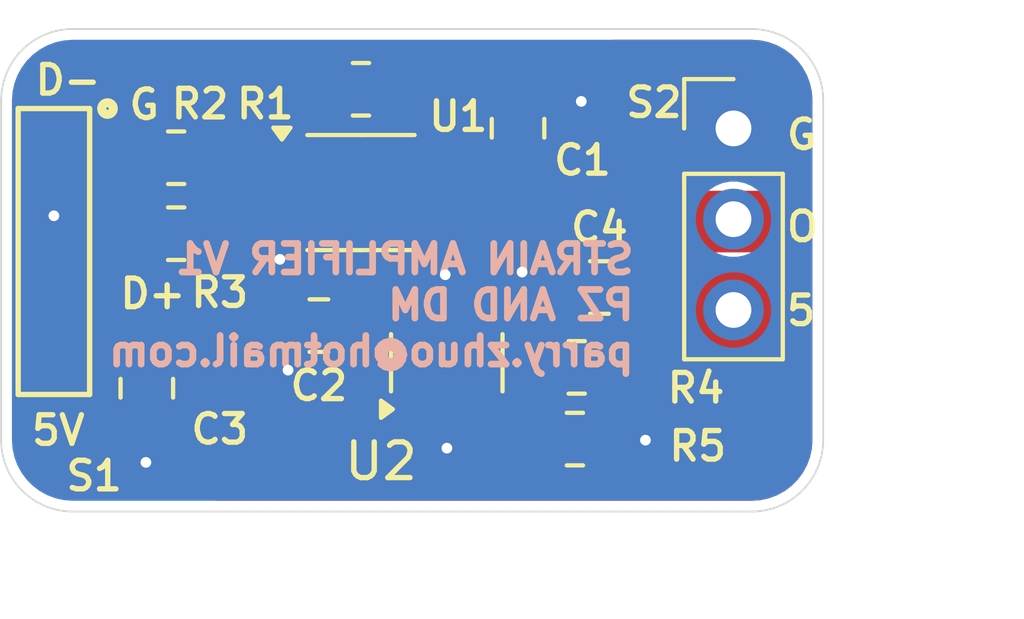
<source format=kicad_pcb>
(kicad_pcb (version 20241229) (generator "pcbnew") (generator_version "9.0")
  (layers (0 "F.Cu" signal "L1(Signal)") (2 "B.Cu" signal "L2(GND)") (13 "F.Paste" user "Top Paste") (15 "B.Paste" user "Bottom Paste") (5 "F.SilkS" user "Top Overlay") (7 "B.SilkS" user "Bottom Overlay") (1 "F.Mask" user "Top Solder") (3 "B.Mask" user "Bottom Solder") (25 "Edge.Cuts" user))
  (property "CHK_APP_DATE" "--/--/--")
  (property "DSN_APP_DATE" "--/--/--")
  (property "ENG_APP_DATE" "--/--/--")
  (property "SHEETTOTAL" "1")
  (net 0 "")
  (net 1 "GND")
  (net 2 "+5V")
  (net 3 "Net-(R1-Pad2)")
  (net 4 "Net-(R1-Pad1)")
  (net 5 "/strainAIN_D-")
  (net 6 "Net-(U1-VIN-)")
  (net 7 "Net-(U1-VIN+)")
  (net 8 "/strainAIN_D+")
  (net 9 "Net-(U2-IN+)")
  (net 10 "Net-(U1-VOUT)")
  (net 11 "Net-(U1-REF)")
  (footprint "Connector_PinHeader_2.54mm:PinHeader_1x03_P2.54mm_Vertical" (layer "F.Cu") (at 157.49049 101.03441)
    (property "Reference" "S2" (at -2.225 -0.725 0) (layer "F.SilkS") (effects (font (size 0.8 0.8))))
    (property "Value" "CONN_01X03_2.54MM")
    (fp_line (start -1.38 -1.38) (end 0 -1.38) (stroke (width 0.12)) (layer "F.SilkS"))
    (fp_line (start -1.38 0) (end -1.38 -1.38) (stroke (width 0.12)) (layer "F.SilkS"))
    (fp_line (start -1.38 1.27) (end -1.38 6.46) (stroke (width 0.12)) (layer "F.SilkS"))
    (fp_line (start -1.38 1.27) (end 1.38 1.27) (stroke (width 0.12)) (layer "F.SilkS"))
    (fp_line (start -1.38 6.46) (end 1.38 6.46) (stroke (width 0.12)) (layer "F.SilkS"))
    (fp_line (start 1.38 1.27) (end 1.38 6.46) (stroke (width 0.12)) (layer "F.SilkS"))
    (pad "1" thru_hole rect (at 0 0) (size 1.7 1.7) (drill 1) (layers "*.Cu" "*.Mask") (net 1 "GND"))
    (pad "2" thru_hole circle (at 0 2.54) (size 1.7 1.7) (drill 1) (layers "*.Cu" "*.Mask") (net 10 "Net-(U1-VOUT)"))
    (pad "3" thru_hole circle (at 0 5.08) (size 1.7 1.7) (drill 1) (layers "*.Cu" "*.Mask") (net 2 "+5V"))
  )
  (footprint "StrainAmplifierV1:CONN_01X04" (layer "F.Cu") (at 138.4761 101.4786)
    (property "Reference" "S1" (at 1.125 9.27827 0) (layer "F.SilkS") (effects (font (size 0.8 0.8))))
    (property "Value" "CONN_01X04_StrainGauge" (hide yes))
    (fp_line (start -1 -1) (end 1 -1) (stroke (width 0.15)) (layer "F.SilkS"))
    (fp_line (start -1 7) (end -1 -1) (stroke (width 0.15)) (layer "F.SilkS"))
    (fp_line (start -1 7) (end 1 7) (stroke (width 0.15)) (layer "F.SilkS"))
    (fp_line (start 1 7) (end 1 -1) (stroke (width 0.15)) (layer "F.SilkS"))
    (fp_circle (center 1.5 -1) (end 1.5 -1.03483) (stroke (width 0.254)) (fill no) (layer "F.SilkS"))
    (pad "1" smd circle (at 0 0) (size 1.524 1.524) (layers "F.Cu" "F.Mask" "F.Paste") (net 5 "/strainAIN_D-"))
    (pad "2" thru_hole circle (at 0 2) (size 1.524 1.524) (drill 0.3) (layers "*.Cu" "*.Mask") (net 1 "GND"))
    (pad "3" smd circle (at 0 4) (size 1.524 1.524) (layers "F.Cu" "F.Mask" "F.Paste") (net 8 "/strainAIN_D+"))
    (pad "4" smd circle (at 0 6) (size 1.524 1.524) (layers "F.Cu" "F.Mask" "F.Paste") (net 2 "+5V"))
  )
  (footprint "Resistor_SMD:R_0805_2012Metric_Pad1.20x1.40mm_HandSolder" (layer "F.Cu") (at 147.06796 99.9396 180)
    (property "Reference" "R1" (at 2.67747 -0.40981 180) (layer "F.SilkS") (effects (font (size 0.8 0.8))))
    (property "Value" "1K +-0.1%")
    (fp_line (start -0.227064 0.735) (end 0.227064 0.735) (stroke (width 0.12)) (layer "F.SilkS"))
    (fp_line (start -0.227064 -0.735) (end 0.227064 -0.735) (stroke (width 0.12)) (layer "F.SilkS"))
    (pad "1" smd roundrect (at -1 0 180) (size 1.2 1.4) (layers "F.Cu" "F.Mask" "F.Paste") (roundrect_rratio 0.208333) (net 4 "Net-(R1-Pad1)"))
    (pad "2" smd roundrect (at 1 0 180) (size 1.2 1.4) (layers "F.Cu" "F.Mask" "F.Paste") (roundrect_rratio 0.208333) (net 3 "Net-(R1-Pad2)"))
  )
  (footprint "Capacitor_SMD:C_0805_2012Metric_Pad1.18x1.45mm_HandSolder" (layer "F.Cu") (at 141.0761 108.3036 90)
    (property "Reference" "C3" (at -1.14581 2.03939 180) (layer "F.SilkS") (effects (font (size 0.8 0.8))))
    (property "Value" "0.1uF")
    (fp_line (start -0.261252 -0.735) (end 0.261252 -0.735) (stroke (width 0.12)) (layer "F.SilkS"))
    (fp_line (start -0.261252 0.735) (end 0.261252 0.735) (stroke (width 0.12)) (layer "F.SilkS"))
    (pad "1" smd roundrect (at -1.0375 0 90) (size 1.175 1.45) (layers "F.Cu" "F.Mask" "F.Paste") (roundrect_rratio 0.212766) (net 1 "GND"))
    (pad "2" smd roundrect (at 1.0375 0 90) (size 1.175 1.45) (layers "F.Cu" "F.Mask" "F.Paste") (roundrect_rratio 0.212766) (net 2 "+5V"))
  )
  (footprint "Package_TO_SOT_SMD:TSOT-23-6" (layer "F.Cu") (at 149.4691 107.5916 90)
    (property "Reference" "U2" (at -2.75781 -1.84 180) (layer "F.SilkS"))
    (property "Value" "TLV9061SQDBVRQ1")
    (fp_line (start 0 -1.56) (end 0.8 -1.56) (stroke (width 0.12)) (layer "F.SilkS"))
    (fp_line (start 0 -1.56) (end -0.8 -1.56) (stroke (width 0.12)) (layer "F.SilkS"))
    (fp_line (start 0 1.56) (end 0.8 1.56) (stroke (width 0.12)) (layer "F.SilkS"))
    (fp_line (start 0 1.56) (end -0.8 1.56) (stroke (width 0.12)) (layer "F.SilkS"))
    (fp_poly (pts (xy -1.3 -1.51) (xy -1.54 -1.84) (xy -1.06 -1.84)) (stroke (width 0.12)) (fill yes) (layer "F.SilkS"))
    (pad "1" smd roundrect (at -1.1375 -0.95 90) (size 1.325 0.6) (layers "F.Cu" "F.Mask" "F.Paste") (net 11 "Net-(U1-REF)"))
    (pad "2" smd roundrect (at -1.1375 0 90) (size 1.325 0.6) (layers "F.Cu" "F.Mask" "F.Paste") (net 1 "GND"))
    (pad "3" smd roundrect (at -1.1375 0.95 90) (size 1.325 0.6) (layers "F.Cu" "F.Mask" "F.Paste") (net 9 "Net-(U2-IN+)"))
    (pad "4" smd roundrect (at 1.1375 0.95 90) (size 1.325 0.6) (layers "F.Cu" "F.Mask" "F.Paste") (net 11 "Net-(U1-REF)"))
    (pad "5" smd roundrect (at 1.1375 0 90) (size 1.325 0.6) (layers "F.Cu" "F.Mask" "F.Paste") (net 1 "GND"))
    (pad "6" smd roundrect (at 1.1375 -0.95 90) (size 1.325 0.6) (layers "F.Cu" "F.Mask" "F.Paste") (net 2 "+5V"))
  )
  (footprint "Capacitor_SMD:C_0805_2012Metric_Pad1.18x1.45mm_HandSolder" (layer "F.Cu") (at 151.46229 101.0296 90)
    (property "Reference" "C1" (at -0.89481 1.8032 180) (layer "F.SilkS") (effects (font (size 0.8 0.8))))
    (property "Value" "0.1uF")
    (fp_line (start -0.261252 -0.735) (end 0.261252 -0.735) (stroke (width 0.12)) (layer "F.SilkS"))
    (fp_line (start -0.261252 0.735) (end 0.261252 0.735) (stroke (width 0.12)) (layer "F.SilkS"))
    (pad "1" smd roundrect (at -1.0375 0 90) (size 1.175 1.45) (layers "F.Cu" "F.Mask" "F.Paste") (roundrect_rratio 0.212766) (net 2 "+5V"))
    (pad "2" smd roundrect (at 1.0375 0 90) (size 1.175 1.45) (layers "F.Cu" "F.Mask" "F.Paste") (roundrect_rratio 0.212766) (net 1 "GND"))
  )
  (footprint "Resistor_SMD:R_0805_2012Metric_Pad1.20x1.40mm_HandSolder" (layer "F.Cu") (at 153.1047 107.7206)
    (property "Reference" "R4" (at 3.33579 0.57881 0) (layer "F.SilkS") (effects (font (size 0.8 0.8))))
    (property "Value" "200K +-0.1%")
    (fp_line (start -0.227064 -0.735) (end 0.227064 -0.735) (stroke (width 0.12)) (layer "F.SilkS"))
    (fp_line (start -0.227064 0.735) (end 0.227064 0.735) (stroke (width 0.12)) (layer "F.SilkS"))
    (pad "1" smd roundrect (at -1 0) (size 1.2 1.4) (layers "F.Cu" "F.Mask" "F.Paste") (roundrect_rratio 0.208333) (net 9 "Net-(U2-IN+)"))
    (pad "2" smd roundrect (at 1 0) (size 1.2 1.4) (layers "F.Cu" "F.Mask" "F.Paste") (roundrect_rratio 0.208333) (net 2 "+5V"))
  )
  (footprint "Resistor_SMD:R_0805_2012Metric_Pad1.20x1.40mm_HandSolder" (layer "F.Cu") (at 141.8973 101.8546 180)
    (property "Reference" "R2" (at -0.66819 1.50519 180) (layer "F.SilkS") (effects (font (size 0.8 0.8))))
    (property "Value" "1K +-0.1%")
    (fp_line (start -0.227064 0.735) (end 0.227064 0.735) (stroke (width 0.12)) (layer "F.SilkS"))
    (fp_line (start -0.227064 -0.735) (end 0.227064 -0.735) (stroke (width 0.12)) (layer "F.SilkS"))
    (pad "1" smd roundrect (at -1 0 180) (size 1.2 1.4) (layers "F.Cu" "F.Mask" "F.Paste") (roundrect_rratio 0.208333) (net 6 "Net-(U1-VIN-)"))
    (pad "2" smd roundrect (at 1 0 180) (size 1.2 1.4) (layers "F.Cu" "F.Mask" "F.Paste") (roundrect_rratio 0.208333) (net 5 "/strainAIN_D-"))
  )
  (footprint "Package_SO:VSSOP-8_3x3mm_P0.65mm" (layer "F.Cu") (at 147.06796 102.8296)
    (property "Reference" "U1" (at 2.72253 -2.13019 0) (layer "F.SilkS") (effects (font (size 0.8 0.8))))
    (property "Value" "INA333AIDGKR")
    (fp_line (start 0 -1.61) (end -1.5 -1.61) (stroke (width 0.12)) (layer "F.SilkS"))
    (fp_line (start 0 -1.61) (end 1.5 -1.61) (stroke (width 0.12)) (layer "F.SilkS"))
    (fp_line (start 0 1.61) (end -1.5 1.61) (stroke (width 0.12)) (layer "F.SilkS"))
    (fp_line (start 0 1.61) (end 1.5 1.61) (stroke (width 0.12)) (layer "F.SilkS"))
    (fp_poly (pts (xy -2.2125 -1.485) (xy -2.4525 -1.815) (xy -1.9725 -1.815)) (stroke (width 0.12)) (fill yes) (layer "F.SilkS"))
    (pad "1" smd roundrect (at -2.1125 -0.975) (size 1.625 0.5) (layers "F.Cu" "F.Mask" "F.Paste") (net 3 "Net-(R1-Pad2)"))
    (pad "2" smd roundrect (at -2.1125 -0.325) (size 1.625 0.5) (layers "F.Cu" "F.Mask" "F.Paste") (net 6 "Net-(U1-VIN-)"))
    (pad "3" smd roundrect (at -2.1125 0.325) (size 1.625 0.5) (layers "F.Cu" "F.Mask" "F.Paste") (net 7 "Net-(U1-VIN+)"))
    (pad "4" smd roundrect (at -2.1125 0.975) (size 1.625 0.5) (layers "F.Cu" "F.Mask" "F.Paste") (net 1 "GND"))
    (pad "5" smd roundrect (at 2.1125 0.975) (size 1.625 0.5) (layers "F.Cu" "F.Mask" "F.Paste") (net 11 "Net-(U1-REF)"))
    (pad "6" smd roundrect (at 2.1125 0.325) (size 1.625 0.5) (layers "F.Cu" "F.Mask" "F.Paste") (net 10 "Net-(U1-VOUT)"))
    (pad "7" smd roundrect (at 2.1125 -0.325) (size 1.625 0.5) (layers "F.Cu" "F.Mask" "F.Paste") (net 2 "+5V"))
    (pad "8" smd roundrect (at 2.1125 -0.975) (size 1.625 0.5) (layers "F.Cu" "F.Mask" "F.Paste") (net 4 "Net-(R1-Pad1)"))
  )
  (footprint "Capacitor_SMD:C_0805_2012Metric_Pad1.18x1.45mm_HandSolder" (layer "F.Cu") (at 145.8911 106.5522 180)
    (property "Reference" "C2" (at 0 -1.68 180) (layer "F.SilkS") (effects (font (size 0.8 0.8))))
    (property "Value" "0.1uF")
    (fp_line (start -0.261252 0.735) (end 0.261252 0.735) (stroke (width 0.12)) (layer "F.SilkS"))
    (fp_line (start -0.261252 -0.735) (end 0.261252 -0.735) (stroke (width 0.12)) (layer "F.SilkS"))
    (pad "1" smd roundrect (at -1.0375 0 180) (size 1.175 1.45) (layers "F.Cu" "F.Mask" "F.Paste") (roundrect_rratio 0.212766) (net 2 "+5V"))
    (pad "2" smd roundrect (at 1.0375 0 180) (size 1.175 1.45) (layers "F.Cu" "F.Mask" "F.Paste") (roundrect_rratio 0.212766) (net 1 "GND"))
  )
  (footprint "Resistor_SMD:R_0805_2012Metric_Pad1.20x1.40mm_HandSolder" (layer "F.Cu") (at 141.8973 103.9801 180)
    (property "Reference" "R3" (at -1.21819 -1.64431 180) (layer "F.SilkS") (effects (font (size 0.8 0.8))))
    (property "Value" "1K +-0.1%")
    (fp_line (start -0.227064 0.735) (end 0.227064 0.735) (stroke (width 0.12)) (layer "F.SilkS"))
    (fp_line (start -0.227064 -0.735) (end 0.227064 -0.735) (stroke (width 0.12)) (layer "F.SilkS"))
    (pad "1" smd roundrect (at -1 0 180) (size 1.2 1.4) (layers "F.Cu" "F.Mask" "F.Paste") (roundrect_rratio 0.208333) (net 7 "Net-(U1-VIN+)"))
    (pad "2" smd roundrect (at 1 0 180) (size 1.2 1.4) (layers "F.Cu" "F.Mask" "F.Paste") (roundrect_rratio 0.208333) (net 8 "/strainAIN_D+"))
  )
  (footprint "Capacitor_SMD:C_0805_2012Metric_Pad1.18x1.45mm_HandSolder" (layer "F.Cu") (at 153.7397 105.4854)
    (property "Reference" "C4" (at 0 -1.68 0) (layer "F.SilkS") (effects (font (size 0.8 0.8))))
    (property "Value" "0.1uF")
    (fp_line (start -0.261252 -0.735) (end 0.261252 -0.735) (stroke (width 0.12)) (layer "F.SilkS"))
    (fp_line (start -0.261252 0.735) (end 0.261252 0.735) (stroke (width 0.12)) (layer "F.SilkS"))
    (pad "1" smd roundrect (at -1.0375 0) (size 1.175 1.45) (layers "F.Cu" "F.Mask" "F.Paste") (roundrect_rratio 0.212766) (net 1 "GND"))
    (pad "2" smd roundrect (at 1.0375 0) (size 1.175 1.45) (layers "F.Cu" "F.Mask" "F.Paste") (roundrect_rratio 0.212766) (net 2 "+5V"))
  )
  (footprint "Resistor_SMD:R_0805_2012Metric_Pad1.20x1.40mm_HandSolder" (layer "F.Cu") (at 153.0539 109.7272 180)
    (property "Reference" "R5" (at -3.43659 -0.19721 180) (layer "F.SilkS") (effects (font (size 0.8 0.8))))
    (property "Value" "100K +-0.1%")
    (fp_line (start -0.227064 0.735) (end 0.227064 0.735) (stroke (width 0.12)) (layer "F.SilkS"))
    (fp_line (start -0.227064 -0.735) (end 0.227064 -0.735) (stroke (width 0.12)) (layer "F.SilkS"))
    (pad "1" smd roundrect (at -1 0 180) (size 1.2 1.4) (layers "F.Cu" "F.Mask" "F.Paste") (roundrect_rratio 0.208333) (net 1 "GND"))
    (pad "2" smd roundrect (at 1 0 180) (size 1.2 1.4) (layers "F.Cu" "F.Mask" "F.Paste") (roundrect_rratio 0.208333) (net 9 "Net-(U2-IN+)"))
  )
  (gr_line (start 137.0011 109.7536) (end 137.0011 100.2536) (stroke (width 0.05)) (layer "Edge.Cuts"))
  (gr_arc (start 139.0011 111.7536) (mid 137.586886 111.167814) (end 137.0011 109.7536) (stroke (width 0.05)) (layer "Edge.Cuts"))
  (gr_arc (start 160.0011 109.7536) (mid 159.415314 111.167814) (end 158.0011 111.7536) (stroke (width 0.05)) (layer "Edge.Cuts"))
  (gr_line (start 139.0011 98.2536) (end 158.0011 98.2536) (stroke (width 0.05)) (layer "Edge.Cuts"))
  (gr_line (start 160.0011 100.2536) (end 160.0011 109.7536) (stroke (width 0.05)) (layer "Edge.Cuts"))
  (gr_line (start 158.0011 111.7536) (end 139.0011 111.7536) (stroke (width 0.05)) (layer "Edge.Cuts"))
  (gr_arc (start 158.0011 98.2536) (mid 159.415314 98.839386) (end 160.0011 100.2536) (stroke (width 0.05)) (layer "Edge.Cuts"))
  (gr_arc (start 137.0011 100.2536) (mid 137.586886 98.839386) (end 139.0011 98.2536) (stroke (width 0.05)) (layer "Edge.Cuts"))
  (gr_text "G" (at 158.9011 101.6766 0) (layer "F.SilkS") (effects (font (size 0.8 0.8)) (justify left bottom)))
  (gr_text "5" (at 158.9011 106.6016 0) (layer "F.SilkS") (effects (font (size 0.8 0.8)) (justify left bottom)))
  (gr_text "5V" (at 137.7761 109.9516 0) (layer "F.SilkS") (effects (font (size 0.8 0.8)) (justify left bottom)))
  (gr_text "D-" (at 137.8761 100.1516 0) (layer "F.SilkS") (effects (font (size 0.8 0.8)) (justify left bottom)))
  (gr_text "" (at 163.80112 105.05158 0) (layer "F.SilkS") (effects (font (size 0.8 0.8) (thickness 0.254)) (justify left bottom)))
  (gr_text "D+" (at 140.2511 106.1266 0) (layer "F.SilkS") (effects (font (size 0.8 0.8)) (justify left bottom)))
  (gr_text "O" (at 158.9011 104.2516 0) (layer "F.SilkS") (effects (font (size 0.8 0.8)) (justify left bottom)))
  (gr_text "G" (at 140.5039 100.836 0) (layer "F.SilkS") (effects (font (size 0.8 0.8)) (justify left bottom)))
  (gr_text_box "STRAIN AMPLIFIER V1\nPZ AND DM\nparry.zhuo@hotmail.com" (start 138.66549 104.22441) (end 154.79348 111.13153) (margins 0 0 0 0) (layer "B.SilkS") (effects (font (size 0.8 0.8) (thickness 0.1875)) (justify left top mirror)) (border no))
  (segment (start 149.4476 106.3201) (end 149.4691 106.3416) (width 0.4) (layer "F.Cu") (net 1))
  (segment (start 144.7989 103.84866) (end 144.84296 103.8046) (width 0.3) (layer "F.Cu") (net 1))
  (segment (start 149.4708 109.97949) (end 149.4708 108.8433) (width 0.5) (layer "F.Cu") (net 1))
  (segment (start 149.4476 106.3201) (end 149.4476 105.1501) (width 0.4) (layer "F.Cu") (net 1))
  (segment (start 149.4708 109.97949) (end 149.4725 109.9812) (width 0.5) (layer "F.Cu") (net 1))
  (segment (start 145.0275 107.7714) (end 145.0661 106.5522) (width 1) (layer "F.Cu") (net 1))
  (segment (start 144.7989 104.698) (end 144.7989 103.84866) (width 0.3) (layer "F.Cu") (net 1))
  (segment (start 151.8079 105.2854) (end 152.78971 105.2854) (width 1) (layer "F.Cu") (net 1))
  (segment (start 153.15791 100.2046) (end 153.2317 100.2784) (width 1) (layer "F.Cu") (net 1))
  (segment (start 149.4261 105.1286) (end 149.4476 105.1501) (width 0.4) (layer "F.Cu") (net 1))
  (segment (start 149.4691 108.8416) (end 149.4708 108.8433) (width 0.5) (layer "F.Cu") (net 1))
  (segment (start 151.46229 100.2046) (end 153.15791 100.2046) (width 1) (layer "F.Cu") (net 1))
  (segment (start 153.9539 109.7566) (end 153.9539 109.7272) (width 1) (layer "F.Cu") (net 1))
  (segment (start 152.78971 105.2854) (end 152.9147 105.4104) (width 1) (layer "F.Cu") (net 1))
  (segment (start 141.0511 110.3786) (end 141.0511 109.1536) (width 1) (layer "F.Cu") (net 1))
  (segment (start 153.9539 109.7566) (end 155.0277 109.7566) (width 1) (layer "F.Cu") (net 1))
  (segment (start 151.5761 105.0536) (end 151.8079 105.2854) (width 1) (layer "F.Cu") (net 1))
  (segment (start 141.0511 109.1536) (end 141.0761 109.1286) (width 1) (layer "F.Cu") (net 1))
  (segment (start 152.9147 105.4854) (end 152.9147 105.4104) (width 1) (layer "F.Cu") (net 1))
  (via (at 151.5761 105.0536) (size 0.7) (drill 0.3) (layers "F.Cu" "B.Cu") (net 1))
  (via (at 141.0511 110.3786) (size 0.7) (drill 0.3) (layers "F.Cu" "B.Cu") (net 1))
  (via (at 149.4261 105.1286) (size 0.7) (drill 0.3) (layers "F.Cu" "B.Cu") (net 1))
  (via (at 155.0277 109.7566) (size 0.7) (drill 0.3) (layers "F.Cu" "B.Cu") (net 1))
  (via (at 153.2317 100.2784) (size 0.7) (drill 0.3) (layers "F.Cu" "B.Cu") (net 1))
  (via (at 145.0275 107.7968) (size 0.7) (drill 0.3) (layers "F.Cu" "B.Cu") (net 1))
  (via (at 144.7989 104.698) (size 0.7) (drill 0.3) (layers "F.Cu" "B.Cu") (net 1))
  (via (at 149.4725 109.9812) (size 0.7) (drill 0.3) (layers "F.Cu" "B.Cu") (net 1))
  (segment (start 151.46229 101.8546) (end 151.53945 101.77744) (width 0.4) (layer "F.Cu") (net 2))
  (segment (start 151.37749 101.8644) (end 151.5159 101.8644) (width 0.4) (layer "F.Cu") (net 2))
  (segment (start 138.4761 107.4786) (end 140.8761 107.4786) (width 1) (layer "F.Cu") (net 2))
  (segment (start 140.8761 107.4786) (end 141.1761 107.4786) (width 1) (layer "F.Cu") (net 2))
  (segment (start 138.4761 101.4786) (end 140.9011 101.9786) (width 1) (layer "F.Cu") (net 5))
  (segment (start 138.4761 105.4786) (end 140.9761 104.0036) (width 1) (layer "F.Cu") (net 8))
  (segment (start 148.82898 107.5916) (end 150.04319 107.5916) (width 0.5) (layer "F.Cu") (net 11))
  (segment (start 150.38609 106.67461) (end 150.38609 106.16998) (width 0.5) (layer "F.Cu") (net 11))
  (segment (start 150.4761 106.0036) (end 150.4761 104.4286) (width 0.4) (layer "F.Cu") (net 11))
  (segment (start 148.4565 108.7112) (end 148.53609 108.63161) (width 0.5) (layer "F.Cu") (net 11))
  (segment (start 150.33609 107.2987) (end 150.33609 106.72461) (width 0.5) (layer "F.Cu") (net 11))
  (segment (start 149.29296 103.8046) (end 149.85211 103.8046) (width 0.4) (layer "F.Cu") (net 11))
  (segment (start 150.04319 107.5916) (end 150.33609 107.2987) (width 0.5) (layer "F.Cu") (net 11))
  (segment (start 148.53609 108.63161) (end 148.53609 107.88449) (width 0.5) (layer "F.Cu") (net 11))
  (segment (start 150.33609 106.72461) (end 150.38609 106.67461) (width 0.5) (layer "F.Cu") (net 11))
  (segment (start 148.53609 107.88449) (end 148.82898 107.5916) (width 0.5) (layer "F.Cu") (net 11))
  (arc (start 149.85211 103.8046) (mid 150.293345 103.987365) (end 150.47611 104.4286) (width 0.4) (layer "F.Cu") (net 11))
  (zone (net 3) (net_name "Net-(R1-Pad2)") (layer "F.Cu") (priority 109) (connect_pads yes (clearance 0.2)) (min_thickness 0.25) (fill yes (thermal_gap 0.254) (thermal_bridge_width 0.254) (island_removal_mode 1) (island_area_min 10))
    (polygon (pts (xy 144.16796 102.0301) (xy 144.21746 102.0796) (xy 145.46846 102.0796) (xy 145.51796 102.0301) (xy 145.51796 101.6791) (xy 145.28617 101.44731) (xy 145.28617 100.8296) (xy 145.50118 100.6146) (xy 146.66796 100.6146) (xy 146.66796 99.2646) (xy 144.84296 99.2646) (xy 144.16796 99.9396) (xy 144.16796 101.8546)))
  )
  (zone (net 2) (net_name "+5V") (layer "F.Cu") (priority 4) (connect_pads yes (clearance 0.2)) (min_thickness 0.25) (fill yes (thermal_gap 0.254) (thermal_bridge_width 0.254))
    (polygon (pts (xy 160.0011 105.49772) (arc (start 160.0011 109.753603) (mid 159.415317 111.167827) (end 158.001089 111.7536)) (xy 158.0011 111.7536) (arc (start 144.011393 111.753603) (mid 142.959501 111.442206) (end 142.435904 110.47821)) (xy 142.43591 110.4782) (xy 147.4011 110.3286) (xy 148.5011 110.7536) (xy 156.0011 110.7536) (arc (start 156.001106 108.753601) (mid 155.585742 108.476041) (end 155.095771 108.3786)) (xy 155.09577 108.3786) (xy 153.7511 108.3786)))
  )
  (zone (net 9) (net_name "Net-(U2-IN+)") (layer "F.Cu") (priority 11) (connect_pads yes (clearance 0.2)) (min_thickness 0.25) (fill yes (thermal_gap 0.254) (thermal_bridge_width 0.254))
    (polygon (pts (xy 150.1075 108.2286) (xy 150.5139 108.2286) (xy 151.7077 107.0348) (xy 152.7237 107.0348) (xy 152.7237 110.3368) (xy 152.6475 110.413) (xy 151.0727 110.413) (xy 150.1075 109.4478)))
  )
  (zone (net 4) (net_name "Net-(R1-Pad1)") (layer "F.Cu") (priority 108) (connect_pads yes (clearance 0.2)) (min_thickness 0.25) (fill yes (thermal_gap 0.254) (thermal_bridge_width 0.254) (island_removal_mode 1) (island_area_min 10))
    (polygon (pts (xy 148.63246 102.0651) (xy 148.64696 102.0796) (xy 149.91846 102.0796) (xy 149.96796 102.0301) (xy 149.96796 100.2191) (xy 149.95346 100.2046) (xy 149.95346 100.02055) (xy 149.19752 99.2646) (xy 147.46796 99.2646) (xy 147.46796 100.6146) (xy 148.46796 100.6146) (xy 148.46796 100.6396) (xy 148.71796 100.8896) (xy 148.71796 101.5791) (xy 148.61796 101.6791) (xy 148.63246 101.6936) (xy 148.63246 102.0651) (xy 149.95346 102.0651) (xy 149.96796 102.0506) (xy 149.96796 102.0301)))
  )
  (zone (net 6) (net_name "Net-(U1-VIN-)") (layer "F.Cu") (priority 94) (connect_pads yes (clearance 0.2)) (min_thickness 0.25) (fill yes (thermal_gap 0.254) (thermal_bridge_width 0.254))
    (polygon (pts (xy 145.51796 102.3291) (xy 145.51796 102.7168) (xy 143.8845 102.7168) (xy 143.2973 102.5296) (xy 142.2973 102.5296) (xy 142.2973 101.1796) (xy 143.2973 101.1796) (xy 143.7767 102.07938) (xy 144.16796 102.3291) (xy 144.21746 102.2796) (xy 145.46846 102.2796)))
  )
  (zone (net 2) (net_name "+5V") (layer "F.Cu") (priority 5) (connect_pads yes (clearance 0.5)) (min_thickness 0.25) (fill yes (thermal_gap 0.254) (thermal_bridge_width 0.254))
    (polygon (pts (xy 153.5011 108.4036) (xy 153.5011 107.0286) (xy 153.9261 106.6036) (xy 153.9261 104.7536) (xy 155.85111 104.7536) (xy 156.1261 105.0286) (xy 156.1261 107.7286) (xy 155.1761 107.7286) (xy 154.5011 108.4036)))
  )
  (zone (net 7) (net_name "Net-(U1-VIN+)") (layer "F.Cu") (priority 91) (connect_pads yes (clearance 0.2)) (min_thickness 0.25) (fill yes (thermal_gap 0.254) (thermal_bridge_width 0.254))
    (polygon (pts (xy 142.2973 104.6551) (xy 143.2973 104.6551) (xy 143.5473 104.4051) (xy 143.5473 103.95026) (xy 144.11796 103.3796) (xy 144.21746 103.3796) (xy 144.23196 103.3651) (xy 145.50346 103.3651) (xy 145.50346 102.9936) (xy 145.51796 102.9791) (xy 145.46846 102.9296) (xy 145.45396 102.9441) (xy 144.18246 102.9441) (xy 144.16796 102.95859) (xy 144.18246 102.9441) (xy 142.2973 103.3051)))
  )
  (zone (net 2) (net_name "+5V") (layer "F.Cu") (priority 10) (connect_pads yes (clearance 0.2)) (min_thickness 0.25) (fill yes (thermal_gap 0.254) (thermal_bridge_width 0.254))
    (polygon (pts (xy 140.0011 108.1016) (xy 140.0011 106.7536) (xy 143.9861 106.7536) (xy 143.9861 108.1524) (xy 144.4687 108.635) (xy 145.4085 108.635) (xy 146.0943 107.9492) (xy 146.0943 105.841) (xy 148.1263 105.841) (xy 148.2279 105.7394) (xy 148.8121 105.7394) (xy 148.8121 106.9332) (xy 147.7453 106.9332) (xy 147.3897 107.2888) (xy 147.3897 110.54) (xy 142.4875 110.54) (xy 142.4367 110.5908) (xy 142.4367 108.1016)))
  )
  (zone (net 10) (net_name "Net-(U1-VOUT)") (layer "F.Cu") (priority 1) (connect_pads yes (clearance 0.2)) (min_thickness 0.25) (fill yes (thermal_gap 0.254) (thermal_bridge_width 0.254))
    (polygon (pts (xy 148.6261 103.3536) (xy 148.627051 103.363561) (xy 148.641139 103.377649) (xy 148.6511 103.3786) (xy 150.2511 103.3786) (xy 150.349379 103.381351) (xy 150.541009 103.425089) (xy 150.718101 103.510372) (xy 150.871776 103.632924) (xy 150.994328 103.786599) (xy 151.079611 103.963691) (xy 151.123349 104.155321) (xy 151.1261 104.2536) (xy 155.5761 104.2536) (xy 155.8261 104.5036) (xy 158.5761 104.5036) (xy 158.5761 102.7786) (xy 152.6761 102.7786) (xy 152.673544 102.818108) (xy 152.634037 102.886537) (xy 152.565608 102.926044) (xy 152.5261 102.9286) (xy 148.6511 102.9286) (xy 148.641139 102.929551) (xy 148.627051 102.943639) (xy 148.6261 102.9536)))
  )
  (zone (net 2) (net_name "+5V") (layer "F.Cu") (priority 8) (connect_pads yes (clearance 0.2)) (min_thickness 0.1) (fill yes (thermal_gap 0.254) (thermal_bridge_width 0.254))
    (polygon (pts (xy 148.6089 102.7422) (arc (start 149.9297 102.7422) (mid 149.947661 102.734761) (end 149.9551 102.7168)) (xy 152.1649 102.4882) (xy 152.1649 101.2182) (xy 150.7425 101.2182) (xy 149.9551 102.285) (xy 148.6089 102.2596)))
  )
  (zone (net 2) (net_name "+5V") (layer "F.Cu") (priority 6) (connect_pads yes (clearance 0.2)) (min_thickness 0.25) (fill yes (thermal_gap 0.254) (thermal_bridge_width 0.254))
    (polygon (pts (xy 150.7511 101.2286) (xy 152.1511 101.2286) (xy 153.6261 101.2536) (xy 154.0011 100.8786) (xy 154.0011 98.2536) (arc (start 158.001098 98.2536) (mid 159.415307 98.839384) (end 160.00109 100.253594)) (xy 160.0011 100.2536) (xy 160.0011 107.7536) (xy 155.5011 107.7536) (xy 155.5011 105.0036) (xy 158.7261 105.0036) (xy 158.7511 104.9786) (xy 158.7511 99.3536) (xy 155.5761 99.3536) (xy 155.5511 99.3786) (xy 155.5511 102.2536) (xy 152.4011 102.2536) (xy 152.1761 102.4786) (xy 150.7261 102.4786)))
  )
  (zone (net 1) (net_name "GND") (layer "B.Cu") (connect_pads yes (clearance 0.2)) (min_thickness 0.25) (fill yes (thermal_gap 0.254) (thermal_bridge_width 0.254))
    (polygon (pts (arc (start 137.0011 100.2536) (mid 137.586886 98.839386) (end 139.0011 98.2536)) (arc (start 158.0011 98.2536) (mid 159.415314 98.839386) (end 160.0011 100.2536)) (arc (start 160.0011 109.7536) (mid 159.415314 111.167814) (end 158.0011 111.7536)) (arc (start 139.0011 111.7536) (mid 137.586886 111.167814) (end 137.0011 109.7536))))
  )
)
</source>
